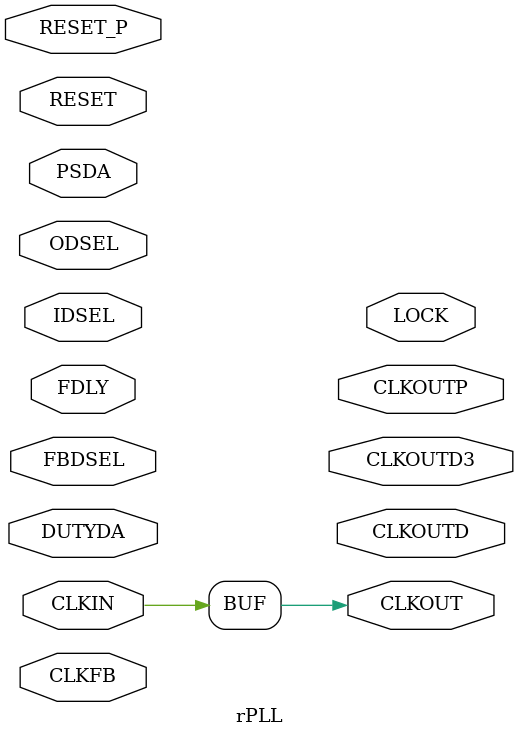
<source format=sv>
`timescale 1ns/1ns

module top();

    logic clk27;
    logic n_rst;

    logic dac_1;
    logic dac_2;
    logic fast_clk;
    logic slow_clk;

    dac_top dut(.*);

    initial begin
        clk27 = 1;
    end

    always #10 clk27 = ~clk27;

    initial begin
        $display("Reset applied");
        n_rst = 0;
        #500 n_rst = 1;
        $display("Reset removed");
    end

    initial begin
    	$dumpfile("top.vcd");
    	$dumpvars(0,top);
        #(1000*100) $finish;
    end
endmodule


module rPLL (
    output logic       CLKOUT,
    output logic       LOCK,
    output logic       CLKOUTP,
    output logic       CLKOUTD,
    output logic       CLKOUTD3,
    input logic        RESET,
    input logic        RESET_P,
    input logic        CLKIN,
    input logic        CLKFB,
    input logic [5:0]  FBDSEL,
    input logic [5:0]  IDSEL,
    input logic [5:0]  ODSEL,
    input logic [3:0]  PSDA,
    input logic [3:0]  DUTYDA,
    input logic [3:0]  FDLY
);
    assign CLKOUT = CLKIN;
endmodule
</source>
